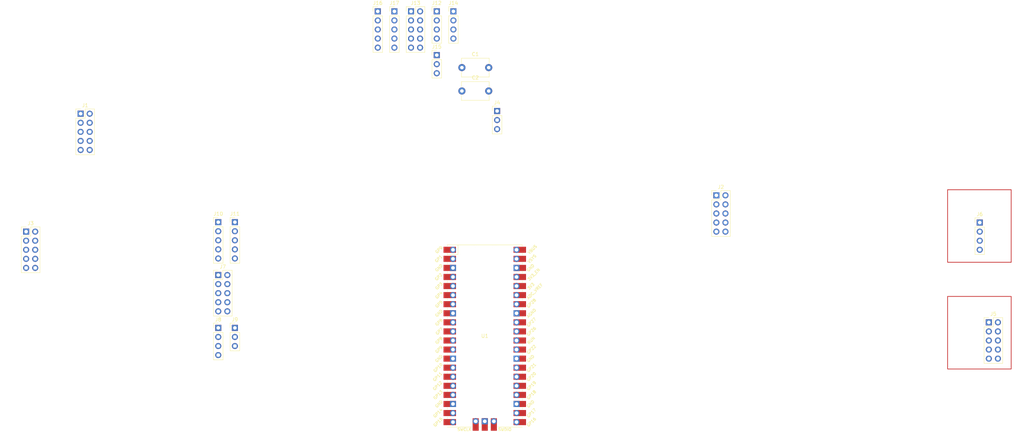
<source format=kicad_pcb>
(kicad_pcb (version 20221018) (generator pcbnew)
  (layers (0 "F.Cu" signal) (31 "B.Cu" signal) (34 "B.Paste" user) (35 "F.Paste" user) (36 "B.SilkS" user "B.Silkscreen") (37 "F.SilkS" user "F.Silkscreen") (38 "B.Mask" user) (39 "F.Mask" user) (44 "Edge.Cuts" user))
  (net 0 "")
  (net 19 "GND")
  (net 20 "+5V")
  (net 137 "+3.3V")
  (footprint "Connector_PinHeader_2.54mm:PinHeader_1x05_P2.54mm_Vertical" (layer "F.Cu") (at 6.475 1.825)
    (fp_text reference "J17" (at 0 -2.33) (layer "F.SilkS"))
    (fp_text value "Conn_01x05_Pin")
    (fp_line (start -1.33 -1.33) (end 0 -1.33) (stroke (width 0.12)) (layer "F.SilkS"))
    (fp_line (start -1.33 0) (end -1.33 -1.33) (stroke (width 0.12)) (layer "F.SilkS"))
    (fp_line (start -1.33 1.27) (end -1.33 11.49) (stroke (width 0.12)) (layer "F.SilkS"))
    (fp_line (start -1.33 1.27) (end 1.33 1.27) (stroke (width 0.12)) (layer "F.SilkS"))
    (fp_line (start -1.33 11.49) (end 1.33 11.49) (stroke (width 0.12)) (layer "F.SilkS"))
    (fp_line (start 1.33 1.27) (end 1.33 11.49) (stroke (width 0.12)) (layer "F.SilkS"))
    (pad "1" thru_hole rect (at 0 0) (size 1.7 1.7) (drill 1) (layers "*.Cu" "*.Mask"))
    (pad "2" thru_hole oval (at 0 2.54) (size 1.7 1.7) (drill 1) (layers "*.Cu" "*.Mask"))
    (pad "3" thru_hole oval (at 0 5.08) (size 1.7 1.7) (drill 1) (layers "*.Cu" "*.Mask"))
    (pad "4" thru_hole oval (at 0 7.62) (size 1.7 1.7) (drill 1) (layers "*.Cu" "*.Mask"))
    (pad "5" thru_hole oval (at 0 10.16) (size 1.7 1.7) (drill 1) (layers "*.Cu" "*.Mask"))
  )
  (footprint "Connector_PinHeader_2.54mm:PinHeader_2x05_P2.54mm_Vertical" (layer "F.Cu") (at 96.52 53.34)
    (fp_text reference "J2" (at 1.27 -2.33) (layer "F.SilkS"))
    (fp_text value "Conn_02x05_Odd_Even")
    (fp_line (start -1.33 -1.33) (end 0 -1.33) (stroke (width 0.12)) (layer "F.SilkS"))
    (fp_line (start -1.33 0) (end -1.33 -1.33) (stroke (width 0.12)) (layer "F.SilkS"))
    (fp_line (start -1.33 1.27) (end -1.33 11.49) (stroke (width 0.12)) (layer "F.SilkS"))
    (fp_line (start -1.33 1.27) (end 1.27 1.27) (stroke (width 0.12)) (layer "F.SilkS"))
    (fp_line (start -1.33 11.49) (end 3.87 11.49) (stroke (width 0.12)) (layer "F.SilkS"))
    (fp_line (start 1.27 -1.33) (end 3.87 -1.33) (stroke (width 0.12)) (layer "F.SilkS"))
    (fp_line (start 1.27 1.27) (end 1.27 -1.33) (stroke (width 0.12)) (layer "F.SilkS"))
    (fp_line (start 3.87 -1.33) (end 3.87 11.49) (stroke (width 0.12)) (layer "F.SilkS"))
    (pad "1" thru_hole rect (at 0 0) (size 1.7 1.7) (drill 1) (layers "*.Cu" "*.Mask"))
    (pad "2" thru_hole oval (at 2.54 0) (size 1.7 1.7) (drill 1) (layers "*.Cu" "*.Mask"))
    (pad "3" thru_hole oval (at 0 2.54) (size 1.7 1.7) (drill 1) (layers "*.Cu" "*.Mask"))
    (pad "4" thru_hole oval (at 2.54 2.54) (size 1.7 1.7) (drill 1) (layers "*.Cu" "*.Mask"))
    (pad "5" thru_hole oval (at 0 5.08) (size 1.7 1.7) (drill 1) (layers "*.Cu" "*.Mask"))
    (pad "6" thru_hole oval (at 2.54 5.08) (size 1.7 1.7) (drill 1) (layers "*.Cu" "*.Mask"))
    (pad "7" thru_hole oval (at 0 7.62) (size 1.7 1.7) (drill 1) (layers "*.Cu" "*.Mask"))
    (pad "8" thru_hole oval (at 2.54 7.62) (size 1.7 1.7) (drill 1) (layers "*.Cu" "*.Mask"))
    (pad "9" thru_hole oval (at 0 10.16) (size 1.7 1.7) (drill 1) (layers "*.Cu" "*.Mask"))
    (pad "10" thru_hole oval (at 2.54 10.16) (size 1.7 1.7) (drill 1) (layers "*.Cu" "*.Mask"))
  )
  (footprint "Connector_PinHeader_2.54mm:PinHeader_1x04_P2.54mm_Vertical" (layer "F.Cu") (at -42.785 90.455)
    (fp_text reference "J8" (at 0 -2.33) (layer "F.SilkS"))
    (fp_text value "Conn_01x04_Pin")
    (fp_line (start -1.33 -1.33) (end 0 -1.33) (stroke (width 0.12)) (layer "F.SilkS"))
    (fp_line (start -1.33 0) (end -1.33 -1.33) (stroke (width 0.12)) (layer "F.SilkS"))
    (fp_line (start -1.33 1.27) (end -1.33 8.95) (stroke (width 0.12)) (layer "F.SilkS"))
    (fp_line (start -1.33 1.27) (end 1.33 1.27) (stroke (width 0.12)) (layer "F.SilkS"))
    (fp_line (start -1.33 8.95) (end 1.33 8.95) (stroke (width 0.12)) (layer "F.SilkS"))
    (fp_line (start 1.33 1.27) (end 1.33 8.95) (stroke (width 0.12)) (layer "F.SilkS"))
    (pad "1" thru_hole rect (at 0 0) (size 1.7 1.7) (drill 1) (layers "*.Cu" "*.Mask"))
    (pad "2" thru_hole oval (at 0 2.54) (size 1.7 1.7) (drill 1) (layers "*.Cu" "*.Mask"))
    (pad "3" thru_hole oval (at 0 5.08) (size 1.7 1.7) (drill 1) (layers "*.Cu" "*.Mask"))
    (pad "4" thru_hole oval (at 0 7.62) (size 1.7 1.7) (drill 1) (layers "*.Cu" "*.Mask"))
  )
  (footprint "Connector_PinHeader_2.54mm:PinHeader_1x05_P2.54mm_Vertical" (layer "F.Cu") (at 1.825 1.825)
    (fp_text reference "J16" (at 0 -2.33) (layer "F.SilkS"))
    (fp_text value "Conn_01x05_Pin")
    (fp_line (start -1.33 -1.33) (end 0 -1.33) (stroke (width 0.12)) (layer "F.SilkS"))
    (fp_line (start -1.33 0) (end -1.33 -1.33) (stroke (width 0.12)) (layer "F.SilkS"))
    (fp_line (start -1.33 1.27) (end -1.33 11.49) (stroke (width 0.12)) (layer "F.SilkS"))
    (fp_line (start -1.33 1.27) (end 1.33 1.27) (stroke (width 0.12)) (layer "F.SilkS"))
    (fp_line (start -1.33 11.49) (end 1.33 11.49) (stroke (width 0.12)) (layer "F.SilkS"))
    (fp_line (start 1.33 1.27) (end 1.33 11.49) (stroke (width 0.12)) (layer "F.SilkS"))
    (pad "1" thru_hole rect (at 0 0) (size 1.7 1.7) (drill 1) (layers "*.Cu" "*.Mask"))
    (pad "2" thru_hole oval (at 0 2.54) (size 1.7 1.7) (drill 1) (layers "*.Cu" "*.Mask"))
    (pad "3" thru_hole oval (at 0 5.08) (size 1.7 1.7) (drill 1) (layers "*.Cu" "*.Mask"))
    (pad "4" thru_hole oval (at 0 7.62) (size 1.7 1.7) (drill 1) (layers "*.Cu" "*.Mask"))
    (pad "5" thru_hole oval (at 0 10.16) (size 1.7 1.7) (drill 1) (layers "*.Cu" "*.Mask"))
  )
  (footprint "Connector_PinHeader_2.54mm:PinHeader_2x05_P2.54mm_Vertical" (layer "F.Cu") (at 172.72 88.9)
    (fp_text reference "J5" (at 1.27 -2.33) (layer "F.SilkS"))
    (fp_text value "Conn_02x05_Odd_Even")
    (fp_line (start -1.33 -1.33) (end 0 -1.33) (stroke (width 0.12)) (layer "F.SilkS"))
    (fp_line (start -1.33 0) (end -1.33 -1.33) (stroke (width 0.12)) (layer "F.SilkS"))
    (fp_line (start -1.33 1.27) (end -1.33 11.49) (stroke (width 0.12)) (layer "F.SilkS"))
    (fp_line (start -1.33 1.27) (end 1.27 1.27) (stroke (width 0.12)) (layer "F.SilkS"))
    (fp_line (start -1.33 11.49) (end 3.87 11.49) (stroke (width 0.12)) (layer "F.SilkS"))
    (fp_line (start 1.27 -1.33) (end 3.87 -1.33) (stroke (width 0.12)) (layer "F.SilkS"))
    (fp_line (start 1.27 1.27) (end 1.27 -1.33) (stroke (width 0.12)) (layer "F.SilkS"))
    (fp_line (start 3.87 -1.33) (end 3.87 11.49) (stroke (width 0.12)) (layer "F.SilkS"))
    (pad "1" thru_hole rect (at 0 0) (size 1.7 1.7) (drill 1) (layers "*.Cu" "*.Mask"))
    (pad "2" thru_hole oval (at 2.54 0) (size 1.7 1.7) (drill 1) (layers "*.Cu" "*.Mask"))
    (pad "3" thru_hole oval (at 0 2.54) (size 1.7 1.7) (drill 1) (layers "*.Cu" "*.Mask"))
    (pad "4" thru_hole oval (at 2.54 2.54) (size 1.7 1.7) (drill 1) (layers "*.Cu" "*.Mask"))
    (pad "5" thru_hole oval (at 0 5.08) (size 1.7 1.7) (drill 1) (layers "*.Cu" "*.Mask"))
    (pad "6" thru_hole oval (at 2.54 5.08) (size 1.7 1.7) (drill 1) (layers "*.Cu" "*.Mask"))
    (pad "7" thru_hole oval (at 0 7.62) (size 1.7 1.7) (drill 1) (layers "*.Cu" "*.Mask"))
    (pad "8" thru_hole oval (at 2.54 7.62) (size 1.7 1.7) (drill 1) (layers "*.Cu" "*.Mask"))
    (pad "9" thru_hole oval (at 0 10.16) (size 1.7 1.7) (drill 1) (layers "*.Cu" "*.Mask"))
    (pad "10" thru_hole oval (at 2.54 10.16) (size 1.7 1.7) (drill 1) (layers "*.Cu" "*.Mask"))
  )
  (footprint "Connector_PinHeader_2.54mm:PinHeader_1x04_P2.54mm_Vertical" (layer "F.Cu") (at 22.975 1.825)
    (fp_text reference "J14" (at 0 -2.33) (layer "F.SilkS"))
    (fp_text value "Conn_01x04_Pin")
    (fp_line (start -1.33 -1.33) (end 0 -1.33) (stroke (width 0.12)) (layer "F.SilkS"))
    (fp_line (start -1.33 0) (end -1.33 -1.33) (stroke (width 0.12)) (layer "F.SilkS"))
    (fp_line (start -1.33 1.27) (end -1.33 8.95) (stroke (width 0.12)) (layer "F.SilkS"))
    (fp_line (start -1.33 1.27) (end 1.33 1.27) (stroke (width 0.12)) (layer "F.SilkS"))
    (fp_line (start -1.33 8.95) (end 1.33 8.95) (stroke (width 0.12)) (layer "F.SilkS"))
    (fp_line (start 1.33 1.27) (end 1.33 8.95) (stroke (width 0.12)) (layer "F.SilkS"))
    (pad "1" thru_hole rect (at 0 0) (size 1.7 1.7) (drill 1) (layers "*.Cu" "*.Mask"))
    (pad "2" thru_hole oval (at 0 2.54) (size 1.7 1.7) (drill 1) (layers "*.Cu" "*.Mask"))
    (pad "3" thru_hole oval (at 0 5.08) (size 1.7 1.7) (drill 1) (layers "*.Cu" "*.Mask"))
    (pad "4" thru_hole oval (at 0 7.62) (size 1.7 1.7) (drill 1) (layers "*.Cu" "*.Mask"))
  )
  (footprint "Capacitor_THT:C_Disc_D7.5mm_W5.0mm_P7.50mm" (layer "F.Cu") (at 25.355 24.125)
    (fp_text reference "C2" (at 3.75 -3.75) (layer "F.SilkS"))
    (fp_text value "C")
    (fp_line (start -0.12 -2.62) (end -0.12 -1.256) (stroke (width 0.12)) (layer "F.SilkS"))
    (fp_line (start -0.12 -2.62) (end 7.62 -2.62) (stroke (width 0.12)) (layer "F.SilkS"))
    (fp_line (start -0.12 1.256) (end -0.12 2.62) (stroke (width 0.12)) (layer "F.SilkS"))
    (fp_line (start -0.12 2.62) (end 7.62 2.62) (stroke (width 0.12)) (layer "F.SilkS"))
    (fp_line (start 7.62 -2.62) (end 7.62 -1.256) (stroke (width 0.12)) (layer "F.SilkS"))
    (fp_line (start 7.62 1.256) (end 7.62 2.62) (stroke (width 0.12)) (layer "F.SilkS"))
    (pad "1" thru_hole circle (at 0 0) (size 2 2) (drill 1) (layers "*.Cu" "*.Mask"))
    (pad "2" thru_hole circle (at 7.5 0) (size 2 2) (drill 1) (layers "*.Cu" "*.Mask") (net 19 "GND"))
  )
  (footprint "Connector_PinHeader_2.54mm:PinHeader_1x03_P2.54mm_Vertical" (layer "F.Cu") (at -38.135 90.455)
    (fp_text reference "J9" (at 0 -2.33) (layer "F.SilkS"))
    (fp_text value "Conn_01x03_Socket")
    (fp_line (start -1.33 -1.33) (end 0 -1.33) (stroke (width 0.12)) (layer "F.SilkS"))
    (fp_line (start -1.33 0) (end -1.33 -1.33) (stroke (width 0.12)) (layer "F.SilkS"))
    (fp_line (start -1.33 1.27) (end -1.33 6.41) (stroke (width 0.12)) (layer "F.SilkS"))
    (fp_line (start -1.33 1.27) (end 1.33 1.27) (stroke (width 0.12)) (layer "F.SilkS"))
    (fp_line (start -1.33 6.41) (end 1.33 6.41) (stroke (width 0.12)) (layer "F.SilkS"))
    (fp_line (start 1.33 1.27) (end 1.33 6.41) (stroke (width 0.12)) (layer "F.SilkS"))
    (pad "1" thru_hole rect (at 0 0) (size 1.7 1.7) (drill 1) (layers "*.Cu" "*.Mask") (net 20 "+5V"))
    (pad "2" thru_hole oval (at 0 2.54) (size 1.7 1.7) (drill 1) (layers "*.Cu" "*.Mask"))
    (pad "3" thru_hole oval (at 0 5.08) (size 1.7 1.7) (drill 1) (layers "*.Cu" "*.Mask") (net 19 "GND"))
  )
  (footprint "Connector_PinHeader_2.54mm:PinHeader_1x05_P2.54mm_Vertical" (layer "F.Cu") (at -42.785 60.855)
    (fp_text reference "J10" (at 0 -2.33) (layer "F.SilkS"))
    (fp_text value "Conn_01x05_Pin")
    (fp_line (start -1.33 -1.33) (end 0 -1.33) (stroke (width 0.12)) (layer "F.SilkS"))
    (fp_line (start -1.33 0) (end -1.33 -1.33) (stroke (width 0.12)) (layer "F.SilkS"))
    (fp_line (start -1.33 1.27) (end -1.33 11.49) (stroke (width 0.12)) (layer "F.SilkS"))
    (fp_line (start -1.33 1.27) (end 1.33 1.27) (stroke (width 0.12)) (layer "F.SilkS"))
    (fp_line (start -1.33 11.49) (end 1.33 11.49) (stroke (width 0.12)) (layer "F.SilkS"))
    (fp_line (start 1.33 1.27) (end 1.33 11.49) (stroke (width 0.12)) (layer "F.SilkS"))
    (pad "1" thru_hole rect (at 0 0) (size 1.7 1.7) (drill 1) (layers "*.Cu" "*.Mask"))
    (pad "2" thru_hole oval (at 0 2.54) (size 1.7 1.7) (drill 1) (layers "*.Cu" "*.Mask"))
    (pad "3" thru_hole oval (at 0 5.08) (size 1.7 1.7) (drill 1) (layers "*.Cu" "*.Mask"))
    (pad "4" thru_hole oval (at 0 7.62) (size 1.7 1.7) (drill 1) (layers "*.Cu" "*.Mask"))
    (pad "5" thru_hole oval (at 0 10.16) (size 1.7 1.7) (drill 1) (layers "*.Cu" "*.Mask"))
  )
  (footprint "Connector_PinHeader_2.54mm:PinHeader_1x03_P2.54mm_Vertical" (layer "F.Cu") (at 18.325 14.075)
    (fp_text reference "J15" (at 0 -2.33) (layer "F.SilkS"))
    (fp_text value "Conn_01x03_Socket")
    (fp_line (start -1.33 -1.33) (end 0 -1.33) (stroke (width 0.12)) (layer "F.SilkS"))
    (fp_line (start -1.33 0) (end -1.33 -1.33) (stroke (width 0.12)) (layer "F.SilkS"))
    (fp_line (start -1.33 1.27) (end -1.33 6.41) (stroke (width 0.12)) (layer "F.SilkS"))
    (fp_line (start -1.33 1.27) (end 1.33 1.27) (stroke (width 0.12)) (layer "F.SilkS"))
    (fp_line (start -1.33 6.41) (end 1.33 6.41) (stroke (width 0.12)) (layer "F.SilkS"))
    (fp_line (start 1.33 1.27) (end 1.33 6.41) (stroke (width 0.12)) (layer "F.SilkS"))
    (pad "1" thru_hole rect (at 0 0) (size 1.7 1.7) (drill 1) (layers "*.Cu" "*.Mask") (net 20 "+5V"))
    (pad "2" thru_hole oval (at 0 2.54) (size 1.7 1.7) (drill 1) (layers "*.Cu" "*.Mask"))
    (pad "3" thru_hole oval (at 0 5.08) (size 1.7 1.7) (drill 1) (layers "*.Cu" "*.Mask") (net 19 "GND"))
  )
  (footprint "Connector_PinHeader_2.54mm:PinHeader_1x04_P2.54mm_Vertical" (layer "F.Cu") (at 170.18 60.96)
    (fp_text reference "J6" (at 0 -2.33) (layer "F.SilkS"))
    (fp_text value "Conn_01x04_Pin")
    (fp_line (start -1.33 -1.33) (end 0 -1.33) (stroke (width 0.12)) (layer "F.SilkS"))
    (fp_line (start -1.33 0) (end -1.33 -1.33) (stroke (width 0.12)) (layer "F.SilkS"))
    (fp_line (start -1.33 1.27) (end -1.33 8.95) (stroke (width 0.12)) (layer "F.SilkS"))
    (fp_line (start -1.33 1.27) (end 1.33 1.27) (stroke (width 0.12)) (layer "F.SilkS"))
    (fp_line (start -1.33 8.95) (end 1.33 8.95) (stroke (width 0.12)) (layer "F.SilkS"))
    (fp_line (start 1.33 1.27) (end 1.33 8.95) (stroke (width 0.12)) (layer "F.SilkS"))
    (pad "1" thru_hole rect (at 0 0) (size 1.7 1.7) (drill 1) (layers "*.Cu" "*.Mask"))
    (pad "2" thru_hole oval (at 0 2.54) (size 1.7 1.7) (drill 1) (layers "*.Cu" "*.Mask"))
    (pad "3" thru_hole oval (at 0 5.08) (size 1.7 1.7) (drill 1) (layers "*.Cu" "*.Mask"))
    (pad "4" thru_hole oval (at 0 7.62) (size 1.7 1.7) (drill 1) (layers "*.Cu" "*.Mask"))
  )
  (footprint "MCU_RaspberryPi_and_Boards:RPi_Pico_SMD_TH" (layer "F.Cu") (at 31.75 92.71)
    (fp_text reference "U1" (at 0 0) (layer "F.SilkS"))
    (fp_text value "Pico")
    (fp_text user "GP9" (at -12.8 3.81 45) (layer "F.SilkS") (effects (font (size 0.8 0.8))))
    (fp_text user "GP21" (at 13.054 8.9 45) (layer "F.SilkS") (effects (font (size 0.8 0.8))))
    (fp_text user "GP22" (at 13.054 3.81 45) (layer "F.SilkS") (effects (font (size 0.8 0.8))))
    (fp_text user "GP13" (at -13.054 16.51 45) (layer "F.SilkS") (effects (font (size 0.8 0.8))))
    (fp_text user "AGND" (at 13.054 -6.35 45) (layer "F.SilkS") (effects (font (size 0.8 0.8))))
    (fp_text user "SWDIO" (at 5.6 26.2) (layer "F.SilkS") (effects (font (size 0.8 0.8))))
    (fp_text user "GP14" (at -13.1 21.59 45) (layer "F.SilkS") (effects (font (size 0.8 0.8))))
    (fp_text user "GND" (at 12.8 6.35 45) (layer "F.SilkS") (effects (font (size 0.8 0.8))))
    (fp_text user "GND" (at -12.8 -19.05 45) (layer "F.SilkS") (effects (font (size 0.8 0.8))))
    (fp_text user "GP3" (at -12.8 -13.97 45) (layer "F.SilkS") (effects (font (size 0.8 0.8))))
    (fp_text user "3V3_EN" (at 13.7 -17.2 45) (layer "F.SilkS") (effects (font (size 0.8 0.8))))
    (fp_text user "GND" (at -12.8 -6.35 45) (layer "F.SilkS") (effects (font (size 0.8 0.8))))
    (fp_text user "GP1" (at -12.9 -21.6 45) (layer "F.SilkS") (effects (font (size 0.8 0.8))))
    (fp_text user "GND" (at 12.8 19.05 45) (layer "F.SilkS") (effects (font (size 0.8 0.8))))
    (fp_text user "3V3" (at 12.9 -13.9 45) (layer "F.SilkS") (effects (font (size 0.8 0.8))))
    (fp_text user "ADC_VREF" (at 14 -12.5 45) (layer "F.SilkS") (effects (font (size 0.8 0.8))))
    (fp_text user "GP0" (at -12.8 -24.13 45) (layer "F.SilkS") (effects (font (size 0.8 0.8))))
    (fp_text user "SWCLK" (at -5.7 26.2) (layer "F.SilkS") (effects (font (size 0.8 0.8))))
    (fp_text user "GP4" (at -12.8 -11.43 45) (layer "F.SilkS") (effects (font (size 0.8 0.8))))
    (fp_text user "GP2" (at -12.9 -16.51 45) (layer "F.SilkS") (effects (font (size 0.8 0.8))))
    (fp_text user "GP8" (at -12.8 1.27 45) (layer "F.SilkS") (effects (font (size 0.8 0.8))))
    (fp_text user "GP6" (at -12.8 -3.81 45) (layer "F.SilkS") (effects (font (size 0.8 0.8))))
    (fp_text user "GP27" (at 13.054 -3.8 45) (layer "F.SilkS") (effects (font (size 0.8 0.8))))
    (fp_text user "RUN" (at 13 1.27 45) (layer "F.SilkS") (effects (font (size 0.8 0.8))))
    (fp_text user "GP12" (at -13.2 13.97 45) (layer "F.SilkS") (effects (font (size 0.8 0.8))))
    (fp_text user "GP16" (at 13.054 24.13 45) (layer "F.SilkS") (effects (font (size 0.8 0.8))))
    (fp_text user "GND" (at -12.8 19.05 45) (layer "F.SilkS") (effects (font (size 0.8 0.8))))
    (fp_text user "GP26" (at 13.054 -1.27 45) (layer "F.SilkS") (effects (font (size 0.8 0.8))))
    (fp_text user "GP17" (at 13.054 21.59 45) (layer "F.SilkS") (effects (font (size 0.8 0.8))))
    (fp_text user "VBUS" (at 13.3 -24.2 45) (layer "F.SilkS") (effects (font (size 0.8 0.8))))
    (fp_text user "GND" (at -12.8 6.35 45) (layer "F.SilkS") (effects (font (size 0.8 0.8))))
    (fp_text user "GP5" (at -12.8 -8.89 45) (layer "F.SilkS") (effects (font (size 0.8 0.8))))
    (fp_text user "GP11" (at -13.2 11.43 45) (layer "F.SilkS") (effects (font (size 0.8 0.8))))
    (fp_text user "GP15" (at -13.054 24.13 45) (layer "F.SilkS") (effects (font (size 0.8 0.8))))
    (fp_text user "GP19" (at 13.054 13.97 45) (layer "F.SilkS") (effects (font (size 0.8 0.8))))
    (fp_text user "GP28" (at 13.054 -9.144 45) (layer "F.SilkS") (effects (font (size 0.8 0.8))))
    (fp_text user "GP10" (at -13.054 8.89 45) (layer "F.SilkS") (effects (font (size 0.8 0.8))))
    (fp_text user "VSYS" (at 13.2 -21.59 45) (layer "F.SilkS") (effects (font (size 0.8 0.8))))
    (fp_text user "GP20" (at 13.054 11.43 45) (layer "F.SilkS") (effects (font (size 0.8 0.8))))
    (fp_text user "GND" (at 12.8 -19.05 45) (layer "F.SilkS") (effects (font (size 0.8 0.8))))
    (fp_text user "GP18" (at 13.054 16.51 45) (layer "F.SilkS") (effects (font (size 0.8 0.8))))
    (fp_text user "GP7" (at -12.7 -1.3 45) (layer "F.SilkS") (effects (font (size 0.8 0.8))))
    (fp_line (start -10.5 -25.5) (end -10.5 -25.2) (stroke (width 0.12)) (layer "F.SilkS"))
    (fp_line (start -10.5 -25.5) (end 10.5 -25.5) (stroke (width 0.12)) (layer "F.SilkS"))
    (fp_line (start -10.5 -23.1) (end -10.5 -22.7) (stroke (width 0.12)) (layer "F.SilkS"))
    (fp_line (start -10.5 -22.833) (end -7.493 -22.833) (stroke (width 0.12)) (layer "F.SilkS"))
    (fp_line (start -10.5 -20.5) (end -10.5 -20.1) (stroke (width 0.12)) (layer "F.SilkS"))
    (fp_line (start -10.5 -18) (end -10.5 -17.6) (stroke (width 0.12)) (layer "F.SilkS"))
    (fp_line (start -10.5 -15.4) (end -10.5 -15) (stroke (width 0.12)) (layer "F.SilkS"))
    (fp_line (start -10.5 -12.9) (end -10.5 -12.5) (stroke (width 0.12)) (layer "F.SilkS"))
    (fp_line (start -10.5 -10.4) (end -10.5 -10) (stroke (width 0.12)) (layer "F.SilkS"))
    (fp_line (start -10.5 -7.8) (end -10.5 -7.4) (stroke (width 0.12)) (layer "F.SilkS"))
    (fp_line (start -10.5 -5.3) (end -10.5 -4.9) (stroke (width 0.12)) (layer "F.SilkS"))
    (fp_line (start -10.5 -2.7) (end -10.5 -2.3) (stroke (width 0.12)) (layer "F.SilkS"))
    (fp_line (start -10.5 -0.2) (end -10.5 0.2) (stroke (width 0.12)) (layer "F.SilkS"))
    (fp_line (start -10.5 2.3) (end -10.5 2.7) (stroke (width 0.12)) (layer "F.SilkS"))
    (fp_line (start -10.5 4.9) (end -10.5 5.3) (stroke (width 0.12)) (layer "F.SilkS"))
    (fp_line (start -10.5 7.4) (end -10.5 7.8) (stroke (width 0.12)) (layer "F.SilkS"))
    (fp_line (start -10.5 10) (end -10.5 10.4) (stroke (width 0.12)) (layer "F.SilkS"))
    (fp_line (start -10.5 12.5) (end -10.5 12.9) (stroke (width 0.12)) (layer "F.SilkS"))
    (fp_line (start -10.5 15.1) (end -10.5 15.5) (stroke (width 0.12)) (layer "F.SilkS"))
    (fp_line (start -10.5 17.6) (end -10.5 18) (stroke (width 0.12)) (layer "F.SilkS"))
    (fp_line (start -10.5 20.1) (end -10.5 20.5) (stroke (width 0.12)) (layer "F.SilkS"))
    (fp_line (start -10.5 22.7) (end -10.5 23.1) (stroke (width 0.12)) (layer "F.SilkS"))
    (fp_line (start -7.493 -22.833) (end -7.493 -25.5) (stroke (width 0.12)) (layer "F.SilkS"))
    (fp_line (start -3.7 25.5) (end -10.5 25.5) (stroke (width 0.12)) (layer "F.SilkS"))
    (fp_line (start -1.5 25.5) (end -1.1 25.5) (stroke (width 0.12)) (layer "F.SilkS"))
    (fp_line (start 1.1 25.5) (end 1.5 25.5) (stroke (width 0.12)) (layer "F.SilkS"))
    (fp_line (start 10.5 -25.5) (end 10.5 -25.2) (stroke (width 0.12)) (layer "F.SilkS"))
    (fp_line (start 10.5 -23.1) (end 10.5 -22.7) (stroke (width 0.12)) (layer "F.SilkS"))
    (fp_line (start 10.5 -20.5) (end 10.5 -20.1) (stroke (width 0.12)) (layer "F.SilkS"))
    (fp_line (start 10.5 -18) (end 10.5 -17.6) (stroke (width 0.12)) (layer "F.SilkS"))
    (fp_line (start 10.5 -15.4) (end 10.5 -15) (stroke (width 0.12)) (layer "F.SilkS"))
    (fp_line (start 10.5 -12.9) (end 10.5 -12.5) (stroke (width 0.12)) (layer "F.SilkS"))
    (fp_line (start 10.5 -10.4) (end 10.5 -10) (stroke (width 0.12)) (layer "F.SilkS"))
    (fp_line (start 10.5 -7.8) (end 10.5 -7.4) (stroke (width 0.12)) (layer "F.SilkS"))
    (fp_line (start 10.5 -5.3) (end 10.5 -4.9) (stroke (width 0.12)) (layer "F.SilkS"))
    (fp_line (start 10.5 -2.7) (end 10.5 -2.3) (stroke (width 0.12)) (layer "F.SilkS"))
    (fp_line (start 10.5 -0.2) (end 10.5 0.2) (stroke (width 0.12)) (layer "F.SilkS"))
    (fp_line (start 10.5 2.3) (end 10.5 2.7) (stroke (width 0.12)) (layer "F.SilkS"))
    (fp_line (start 10.5 4.9) (end 10.5 5.3) (stroke (width 0.12)) (layer "F.SilkS"))
    (fp_line (start 10.5 7.4) (end 10.5 7.8) (stroke (width 0.12)) (layer "F.SilkS"))
    (fp_line (start 10.5 10) (end 10.5 10.4) (stroke (width 0.12)) (layer "F.SilkS"))
    (fp_line (start 10.5 12.5) (end 10.5 12.9) (stroke (width 0.12)) (layer "F.SilkS"))
    (fp_line (start 10.5 15.1) (end 10.5 15.5) (stroke (width 0.12)) (layer "F.SilkS"))
    (fp_line (start 10.5 17.6) (end 10.5 18) (stroke (width 0.12)) (layer "F.SilkS"))
    (fp_line (start 10.5 20.1) (end 10.5 20.5) (stroke (width 0.12)) (layer "F.SilkS"))
    (fp_line (start 10.5 22.7) (end 10.5 23.1) (stroke (width 0.12)) (layer "F.SilkS"))
    (fp_line (start 10.5 25.5) (end 3.7 25.5) (stroke (width 0.12)) (layer "F.SilkS"))
    (pad "" np_thru_hole oval (at -2.725 -24) (size 1.8 1.8) (drill 1.8) (layers "*.Cu" "*.Mask"))
    (pad "" np_thru_hole oval (at -2.425 -20.97) (size 1.5 1.5) (drill 1.5) (layers "*.Cu" "*.Mask"))
    (pad "" np_thru_hole oval (at 2.425 -20.97) (size 1.5 1.5) (drill 1.5) (layers "*.Cu" "*.Mask"))
    (pad "" np_thru_hole oval (at 2.725 -24) (size 1.8 1.8) (drill 1.8) (layers "*.Cu" "*.Mask"))
    (pad "1" thru_hole oval (at -8.89 -24.13) (size 1.7 1.7) (drill 1.02) (layers "*.Cu" "*.Mask"))
    (pad "1" smd rect (at -8.89 -24.13) (size 3.5 1.7) (drill (offset -0.9 0)) (layers "F.Cu" "F.Mask"))
    (pad "2" thru_hole oval (at -8.89 -21.59) (size 1.7 1.7) (drill 1.02) (layers "*.Cu" "*.Mask"))
    (pad "2" smd rect (at -8.89 -21.59) (size 3.5 1.7) (drill (offset -0.9 0)) (layers "F.Cu" "F.Mask"))
    (pad "3" thru_hole rect (at -8.89 -19.05) (size 1.7 1.7) (drill 1.02) (layers "*.Cu" "*.Mask"))
    (pad "3" smd rect (at -8.89 -19.05) (size 3.5 1.7) (drill (offset -0.9 0)) (layers "F.Cu" "F.Mask"))
    (pad "4" thru_hole oval (at -8.89 -16.51) (size 1.7 1.7) (drill 1.02) (layers "*.Cu" "*.Mask"))
    (pad "4" smd rect (at -8.89 -16.51) (size 3.5 1.7) (drill (offset -0.9 0)) (layers "F.Cu" "F.Mask"))
    (pad "5" thru_hole oval (at -8.89 -13.97) (size 1.7 1.7) (drill 1.02) (layers "*.Cu" "*.Mask"))
    (pad "5" smd rect (at -8.89 -13.97) (size 3.5 1.7) (drill (offset -0.9 0)) (layers "F.Cu" "F.Mask"))
    (pad "6" thru_hole oval (at -8.89 -11.43) (size 1.7 1.7) (drill 1.02) (layers "*.Cu" "*.Mask"))
    (pad "6" smd rect (at -8.89 -11.43) (size 3.5 1.7) (drill (offset -0.9 0)) (layers "F.Cu" "F.Mask"))
    (pad "7" thru_hole oval (at -8.89 -8.89) (size 1.7 1.7) (drill 1.02) (layers "*.Cu" "*.Mask"))
    (pad "7" smd rect (at -8.89 -8.89) (size 3.5 1.7) (drill (offset -0.9 0)) (layers "F.Cu" "F.Mask"))
    (pad "8" thru_hole rect (at -8.89 -6.35) (size 1.7 1.7) (drill 1.02) (layers "*.Cu" "*.Mask"))
    (pad "8" smd rect (at -8.89 -6.35) (size 3.5 1.7) (drill (offset -0.9 0)) (layers "F.Cu" "F.Mask"))
    (pad "9" thru_hole oval (at -8.89 -3.81) (size 1.7 1.7) (drill 1.02) (layers "*.Cu" "*.Mask"))
    (pad "9" smd rect (at -8.89 -3.81) (size 3.5 1.7) (drill (offset -0.9 0)) (layers "F.Cu" "F.Mask"))
    (pad "10" thru_hole oval (at -8.89 -1.27) (size 1.7 1.7) (drill 1.02) (layers "*.Cu" "*.Mask"))
    (pad "10" smd rect (at -8.89 -1.27) (size 3.5 1.7) (drill (offset -0.9 0)) (layers "F.Cu" "F.Mask"))
    (pad "11" thru_hole oval (at -8.89 1.27) (size 1.7 1.7) (drill 1.02) (layers "*.Cu" "*.Mask"))
    (pad "11" smd rect (at -8.89 1.27) (size 3.5 1.7) (drill (offset -0.9 0)) (layers "F.Cu" "F.Mask"))
    (pad "12" thru_hole oval (at -8.89 3.81) (size 1.7 1.7) (drill 1.02) (layers "*.Cu" "*.Mask"))
    (pad "12" smd rect (at -8.89 3.81) (size 3.5 1.7) (drill (offset -0.9 0)) (layers "F.Cu" "F.Mask"))
    (pad "13" thru_hole rect (at -8.89 6.35) (size 1.7 1.7) (drill 1.02) (layers "*.Cu" "*.Mask"))
    (pad "13" smd rect (at -8.89 6.35) (size 3.5 1.7) (drill (offset -0.9 0)) (layers "F.Cu" "F.Mask"))
    (pad "14" thru_hole oval (at -8.89 8.89) (size 1.7 1.7) (drill 1.02) (layers "*.Cu" "*.Mask"))
    (pad "14" smd rect (at -8.89 8.89) (size 3.5 1.7) (drill (offset -0.9 0)) (layers "F.Cu" "F.Mask"))
    (pad "15" thru_hole oval (at -8.89 11.43) (size 1.7 1.7) (drill 1.02) (layers "*.Cu" "*.Mask"))
    (pad "15" smd rect (at -8.89 11.43) (size 3.5 1.7) (drill (offset -0.9 0)) (layers "F.Cu" "F.Mask"))
    (pad "16" thru_hole oval (at -8.89 13.97) (size 1.7 1.7) (drill 1.02) (layers "*.Cu" "*.Mask"))
    (pad "16" smd rect (at -8.89 13.97) (size 3.5 1.7) (drill (offset -0.9 0)) (layers "F.Cu" "F.Mask"))
    (pad "17" thru_hole oval (at -8.89 16.51) (size 1.7 1.7) (drill 1.02) (layers "*.Cu" "*.Mask"))
    (pad "17" smd rect (at -8.89 16.51) (size 3.5 1.7) (drill (offset -0.9 0)) (layers "F.Cu" "F.Mask"))
    (pad "18" thru_hole rect (at -8.89 19.05) (size 1.7 1.7) (drill 1.02) (layers "*.Cu" "*.Mask"))
    (pad "18" smd rect (at -8.89 19.05) (size 3.5 1.7) (drill (offset -0.9 0)) (layers "F.Cu" "F.Mask"))
    (pad "19" thru_hole oval (at -8.89 21.59) (size 1.7 1.7) (drill 1.02) (layers "*.Cu" "*.Mask"))
    (pad "19" smd rect (at -8.89 21.59) (size 3.5 1.7) (drill (offset -0.9 0)) (layers "F.Cu" "F.Mask"))
    (pad "20" thru_hole oval (at -8.89 24.13) (size 1.7 1.7) (drill 1.02) (layers "*.Cu" "*.Mask"))
    (pad "20" smd rect (at -8.89 24.13) (size 3.5 1.7) (drill (offset -0.9 0)) (layers "F.Cu" "F.Mask"))
    (pad "21" thru_hole oval (at 8.89 24.13) (size 1.7 1.7) (drill 1.02) (layers "*.Cu" "*.Mask"))
    (pad "21" smd rect (at 8.89 24.13) (size 3.5 1.7) (drill (offset 0.9 0)) (layers "F.Cu" "F.Mask"))
    (pad "22" thru_hole oval (at 8.89 21.59) (size 1.7 1.7) (drill 1.02) (layers "*.Cu" "*.Mask"))
    (pad "22" smd rect (at 8.89 21.59) (size 3.5 1.7) (drill (offset 0.9 0)) (layers "F.Cu" "F.Mask"))
    (pad "23" thru_hole rect (at 8.89 19.05) (size 1.7 1.7) (drill 1.02) (layers "*.Cu" "*.Mask") (net 19 "GND"))
    (pad "23" smd rect (at 8.89 19.05) (size 3.5 1.7) (drill (offset 0.9 0)) (layers "F.Cu" "F.Mask") (net 19 "GND"))
    (pad "24" thru_hole oval (at 8.89 16.51) (size 1.7 1.7) (drill 1.02) (layers "*.Cu" "*.Mask"))
    (pad "24" smd rect (at 8.89 16.51) (size 3.5 1.7) (drill (offset 0.9 0)) (layers "F.Cu" "F.Mask"))
    (pad "25" thru_hole oval (at 8.89 13.97) (size 1.7 1.7) (drill 1.02) (layers "*.Cu" "*.Mask"))
    (pad "25" smd rect (at 8.89 13.97) (size 3.5 1.7) (drill (offset 0.9 0)) (layers "F.Cu" "F.Mask"))
    (pad "26" thru_hole oval (at 8.89 11.43) (size 1.7 1.7) (drill 1.02) (layers "*.Cu" "*.Mask"))
    (pad "26" smd rect (at 8.89 11.43) (size 3.5 1.7) (drill (offset 0.9 0)) (layers "F.Cu" "F.Mask"))
    (pad "27" thru_hole oval (at 8.89 8.89) (size 1.7 1.7) (drill 1.02) (layers "*.Cu" "*.Mask"))
    (pad "27" smd rect (at 8.89 8.89) (size 3.5 1.7) (drill (offset 0.9 0)) (layers "F.Cu" "F.Mask"))
    (pad "28" thru_hole rect (at 8.89 6.35) (size 1.7 1.7) (drill 1.02) (layers "*.Cu" "*.Mask") (net 19 "GND"))
    (pad "28" smd rect (at 8.89 6.35) (size 3.5 1.7) (drill (offset 0.9 0)) (layers "F.Cu" "F.Mask") (net 19 "GND"))
    (pad "29" thru_hole oval (at 8.89 3.81) (size 1.7 1.7) (drill 1.02) (layers "*.Cu" "*.Mask"))
    (pad "29" smd rect (at 8.89 3.81) (size 3.5 1.7) (drill (offset 0.9 0)) (layers "F.Cu" "F.Mask"))
    (pad "30" thru_hole oval (at 8.89 1.27) (size 1.7 1.7) (drill 1.02) (layers "*.Cu" "*.Mask"))
    (pad "30" smd rect (at 8.89 1.27) (size 3.5 1.7) (drill (offset 0.9 0)) (layers "F.Cu" "F.Mask"))
    (pad "31" thru_hole oval (at 8.89 -1.27) (size 1.7 1.7) (drill 1.02) (layers "*.Cu" "*.Mask"))
    (pad "31" smd rect (at 8.89 -1.27) (size 3.5 1.7) (drill (offset 0.9 0)) (layers "F.Cu" "F.Mask"))
    (pad "32" thru_hole oval (at 8.89 -3.81) (size 1.7 1.7) (drill 1.02) (layers "*.Cu" "*.Mask"))
    (pad "32" smd rect (at 8.89 -3.81) (size 3.5 1.7) (drill (offset 0.9 0)) (layers "F.Cu" "F.Mask"))
    (pad "33" thru_hole rect (at 8.89 -6.35) (size 1.7 1.7) (drill 1.02) (layers "*.Cu" "*.Mask"))
    (pad "33" smd rect (at 8.89 -6.35) (size 3.5 1.7) (drill (offset 0.9 0)) (layers "F.Cu" "F.Mask"))
    (pad "34" thru_hole oval (at 8.89 -8.89) (size 1.7 1.7) (drill 1.02) (layers "*.Cu" "*.Mask"))
    (pad "34" smd rect (at 8.89 -8.89) (size 3.5 1.7) (drill (offset 0.9 0)) (layers "F.Cu" "F.Mask"))
    (pad "35" thru_hole oval (at 8.89 -11.43) (size 1.7 1.7) (drill 1.02) (layers "*.Cu" "*.Mask"))
    (pad "35" smd rect (at 8.89 -11.43) (size 3.5 1.7) (drill (offset 0.9 0)) (layers "F.Cu" "F.Mask"))
    (pad "36" thru_hole oval (at 8.89 -13.97) (size 1.7 1.7) (drill 1.02) (layers "*.Cu" "*.Mask") (net 137 "+3.3V"))
    (pad "36" smd rect (at 8.89 -13.97) (size 3.5 1.7) (drill (offset 0.9 0)) (layers "F.Cu" "F.Mask") (net 137 "+3.3V"))
    (pad "37" thru_hole oval (at 8.89 -16.51) (size 1.7 1.7) (drill 1.02) (layers "*.Cu" "*.Mask"))
    (pad "37" smd rect (at 8.89 -16.51) (size 3.5 1.7) (drill (offset 0.9 0)) (layers "F.Cu" "F.Mask"))
    (pad "38" thru_hole rect (at 8.89 -19.05) (size 1.7 1.7) (drill 1.02) (layers "*.Cu" "*.Mask") (net 19 "GND"))
    (pad "38" smd rect (at 8.89 -19.05) (size 3.5 1.7) (drill (offset 0.9 0)) (layers "F.Cu" "F.Mask") (net 19 "GND"))
    (pad "39" thru_hole oval (at 8.89 -21.59) (size 1.7 1.7) (drill 1.02) (layers "*.Cu" "*.Mask") (net 20 "+5V"))
    (pad "39" smd rect (at 8.89 -21.59) (size 3.5 1.7) (drill (offset 0.9 0)) (layers "F.Cu" "F.Mask") (net 20 "+5V"))
    (pad "40" thru_hole oval (at 8.89 -24.13) (size 1.7 1.7) (drill 1.02) (layers "*.Cu" "*.Mask"))
    (pad "40" smd rect (at 8.89 -24.13) (size 3.5 1.7) (drill (offset 0.9 0)) (layers "F.Cu" "F.Mask"))
    (pad "41" thru_hole oval (at -2.54 23.9) (size 1.7 1.7) (drill 1.02) (layers "*.Cu" "*.Mask"))
    (pad "41" smd rect (at -2.54 23.9 90) (size 3.5 1.7) (drill (offset -0.9 0)) (layers "F.Cu" "F.Mask"))
    (pad "42" thru_hole rect (at 0 23.9) (size 1.7 1.7) (drill 1.02) (layers "*.Cu" "*.Mask"))
    (pad "42" smd rect (at 0 23.9 90) (size 3.5 1.7) (drill (offset -0.9 0)) (layers "F.Cu" "F.Mask"))
    (pad "43" thru_hole oval (at 2.54 23.9) (size 1.7 1.7) (drill 1.02) (layers "*.Cu" "*.Mask"))
    (pad "43" smd rect (at 2.54 23.9 90) (size 3.5 1.7) (drill (offset -0.9 0)) (layers "F.Cu" "F.Mask"))
  )
  (footprint "Connector_PinHeader_2.54mm:PinHeader_2x05_P2.54mm_Vertical" (layer "F.Cu") (at -81.28 30.48)
    (fp_text reference "J1" (at 1.27 -2.33) (layer "F.SilkS"))
    (fp_text value "Conn_02x05_Odd_Even")
    (fp_line (start -1.33 -1.33) (end 0 -1.33) (stroke (width 0.12)) (layer "F.SilkS"))
    (fp_line (start -1.33 0) (end -1.33 -1.33) (stroke (width 0.12)) (layer "F.SilkS"))
    (fp_line (start -1.33 1.27) (end -1.33 11.49) (stroke (width 0.12)) (layer "F.SilkS"))
    (fp_line (start -1.33 1.27) (end 1.27 1.27) (stroke (width 0.12)) (layer "F.SilkS"))
    (fp_line (start -1.33 11.49) (end 3.87 11.49) (stroke (width 0.12)) (layer "F.SilkS"))
    (fp_line (start 1.27 -1.33) (end 3.87 -1.33) (stroke (width 0.12)) (layer "F.SilkS"))
    (fp_line (start 1.27 1.27) (end 1.27 -1.33) (stroke (width 0.12)) (layer "F.SilkS"))
    (fp_line (start 3.87 -1.33) (end 3.87 11.49) (stroke (width 0.12)) (layer "F.SilkS"))
    (pad "1" thru_hole rect (at 0 0) (size 1.7 1.7) (drill 1) (layers "*.Cu" "*.Mask"))
    (pad "2" thru_hole oval (at 2.54 0) (size 1.7 1.7) (drill 1) (layers "*.Cu" "*.Mask"))
    (pad "3" thru_hole oval (at 0 2.54) (size 1.7 1.7) (drill 1) (layers "*.Cu" "*.Mask"))
    (pad "4" thru_hole oval (at 2.54 2.54) (size 1.7 1.7) (drill 1) (layers "*.Cu" "*.Mask"))
    (pad "5" thru_hole oval (at 0 5.08) (size 1.7 1.7) (drill 1) (layers "*.Cu" "*.Mask"))
    (pad "6" thru_hole oval (at 2.54 5.08) (size 1.7 1.7) (drill 1) (layers "*.Cu" "*.Mask"))
    (pad "7" thru_hole oval (at 0 7.62) (size 1.7 1.7) (drill 1) (layers "*.Cu" "*.Mask"))
    (pad "8" thru_hole oval (at 2.54 7.62) (size 1.7 1.7) (drill 1) (layers "*.Cu" "*.Mask"))
    (pad "9" thru_hole oval (at 0 10.16) (size 1.7 1.7) (drill 1) (layers "*.Cu" "*.Mask"))
    (pad "10" thru_hole oval (at 2.54 10.16) (size 1.7 1.7) (drill 1) (layers "*.Cu" "*.Mask"))
  )
  (footprint "Connector_PinHeader_2.54mm:PinHeader_2x05_P2.54mm_Vertical" (layer "F.Cu") (at -96.52 63.5)
    (fp_text reference "J3" (at 1.27 -2.33) (layer "F.SilkS"))
    (fp_text value "Conn_02x05_Odd_Even")
    (fp_line (start -1.33 -1.33) (end 0 -1.33) (stroke (width 0.12)) (layer "F.SilkS"))
    (fp_line (start -1.33 0) (end -1.33 -1.33) (stroke (width 0.12)) (layer "F.SilkS"))
    (fp_line (start -1.33 1.27) (end -1.33 11.49) (stroke (width 0.12)) (layer "F.SilkS"))
    (fp_line (start -1.33 1.27) (end 1.27 1.27) (stroke (width 0.12)) (layer "F.SilkS"))
    (fp_line (start -1.33 11.49) (end 3.87 11.49) (stroke (width 0.12)) (layer "F.SilkS"))
    (fp_line (start 1.27 -1.33) (end 3.87 -1.33) (stroke (width 0.12)) (layer "F.SilkS"))
    (fp_line (start 1.27 1.27) (end 1.27 -1.33) (stroke (width 0.12)) (layer "F.SilkS"))
    (fp_line (start 3.87 -1.33) (end 3.87 11.49) (stroke (width 0.12)) (layer "F.SilkS"))
    (pad "1" thru_hole rect (at 0 0) (size 1.7 1.7) (drill 1) (layers "*.Cu" "*.Mask"))
    (pad "2" thru_hole oval (at 2.54 0) (size 1.7 1.7) (drill 1) (layers "*.Cu" "*.Mask"))
    (pad "3" thru_hole oval (at 0 2.54) (size 1.7 1.7) (drill 1) (layers "*.Cu" "*.Mask"))
    (pad "4" thru_hole oval (at 2.54 2.54) (size 1.7 1.7) (drill 1) (layers "*.Cu" "*.Mask"))
    (pad "5" thru_hole oval (at 0 5.08) (size 1.7 1.7) (drill 1) (layers "*.Cu" "*.Mask"))
    (pad "6" thru_hole oval (at 2.54 5.08) (size 1.7 1.7) (drill 1) (layers "*.Cu" "*.Mask"))
    (pad "7" thru_hole oval (at 0 7.62) (size 1.7 1.7) (drill 1) (layers "*.Cu" "*.Mask"))
    (pad "8" thru_hole oval (at 2.54 7.62) (size 1.7 1.7) (drill 1) (layers "*.Cu" "*.Mask"))
    (pad "9" thru_hole oval (at 0 10.16) (size 1.7 1.7) (drill 1) (layers "*.Cu" "*.Mask"))
    (pad "10" thru_hole oval (at 2.54 10.16) (size 1.7 1.7) (drill 1) (layers "*.Cu" "*.Mask"))
  )
  (footprint "Connector_PinHeader_2.54mm:PinHeader_1x03_P2.54mm_Vertical" (layer "F.Cu") (at 35.205 29.725)
    (fp_text reference "J4" (at 0 -2.33) (layer "F.SilkS"))
    (fp_text value "Conn_01x03_Socket")
    (fp_line (start -1.33 -1.33) (end 0 -1.33) (stroke (width 0.12)) (layer "F.SilkS"))
    (fp_line (start -1.33 0) (end -1.33 -1.33) (stroke (width 0.12)) (layer "F.SilkS"))
    (fp_line (start -1.33 1.27) (end -1.33 6.41) (stroke (width 0.12)) (layer "F.SilkS"))
    (fp_line (start -1.33 1.27) (end 1.33 1.27) (stroke (width 0.12)) (layer "F.SilkS"))
    (fp_line (start -1.33 6.41) (end 1.33 6.41) (stroke (width 0.12)) (layer "F.SilkS"))
    (fp_line (start 1.33 1.27) (end 1.33 6.41) (stroke (width 0.12)) (layer "F.SilkS"))
    (pad "1" thru_hole rect (at 0 0) (size 1.7 1.7) (drill 1) (layers "*.Cu" "*.Mask") (net 20 "+5V"))
    (pad "2" thru_hole oval (at 0 2.54) (size 1.7 1.7) (drill 1) (layers "*.Cu" "*.Mask"))
    (pad "3" thru_hole oval (at 0 5.08) (size 1.7 1.7) (drill 1) (layers "*.Cu" "*.Mask") (net 19 "GND"))
  )
  (footprint "Connector_PinHeader_2.54mm:PinHeader_2x05_P2.54mm_Vertical" (layer "F.Cu") (at -42.785 75.655)
    (fp_text reference "J7" (at 1.27 -2.33) (layer "F.SilkS"))
    (fp_text value "Conn_02x05_Odd_Even")
    (fp_line (start -1.33 -1.33) (end 0 -1.33) (stroke (width 0.12)) (layer "F.SilkS"))
    (fp_line (start -1.33 0) (end -1.33 -1.33) (stroke (width 0.12)) (layer "F.SilkS"))
    (fp_line (start -1.33 1.27) (end -1.33 11.49) (stroke (width 0.12)) (layer "F.SilkS"))
    (fp_line (start -1.33 1.27) (end 1.27 1.27) (stroke (width 0.12)) (layer "F.SilkS"))
    (fp_line (start -1.33 11.49) (end 3.87 11.49) (stroke (width 0.12)) (layer "F.SilkS"))
    (fp_line (start 1.27 -1.33) (end 3.87 -1.33) (stroke (width 0.12)) (layer "F.SilkS"))
    (fp_line (start 1.27 1.27) (end 1.27 -1.33) (stroke (width 0.12)) (layer "F.SilkS"))
    (fp_line (start 3.87 -1.33) (end 3.87 11.49) (stroke (width 0.12)) (layer "F.SilkS"))
    (pad "1" thru_hole rect (at 0 0) (size 1.7 1.7) (drill 1) (layers "*.Cu" "*.Mask"))
    (pad "2" thru_hole oval (at 2.54 0) (size 1.7 1.7) (drill 1) (layers "*.Cu" "*.Mask"))
    (pad "3" thru_hole oval (at 0 2.54) (size 1.7 1.7) (drill 1) (layers "*.Cu" "*.Mask"))
    (pad "4" thru_hole oval (at 2.54 2.54) (size 1.7 1.7) (drill 1) (layers "*.Cu" "*.Mask"))
    (pad "5" thru_hole oval (at 0 5.08) (size 1.7 1.7) (drill 1) (layers "*.Cu" "*.Mask"))
    (pad "6" thru_hole oval (at 2.54 5.08) (size 1.7 1.7) (drill 1) (layers "*.Cu" "*.Mask"))
    (pad "7" thru_hole oval (at 0 7.62) (size 1.7 1.7) (drill 1) (layers "*.Cu" "*.Mask"))
    (pad "8" thru_hole oval (at 2.54 7.62) (size 1.7 1.7) (drill 1) (layers "*.Cu" "*.Mask"))
    (pad "9" thru_hole oval (at 0 10.16) (size 1.7 1.7) (drill 1) (layers "*.Cu" "*.Mask"))
    (pad "10" thru_hole oval (at 2.54 10.16) (size 1.7 1.7) (drill 1) (layers "*.Cu" "*.Mask"))
  )
  (footprint "Connector_PinHeader_2.54mm:PinHeader_2x05_P2.54mm_Vertical" (layer "F.Cu") (at 11.125 1.825)
    (fp_text reference "J13" (at 1.27 -2.33) (layer "F.SilkS"))
    (fp_text value "Conn_02x05_Odd_Even")
    (fp_line (start -1.33 -1.33) (end 0 -1.33) (stroke (width 0.12)) (layer "F.SilkS"))
    (fp_line (start -1.33 0) (end -1.33 -1.33) (stroke (width 0.12)) (layer "F.SilkS"))
    (fp_line (start -1.33 1.27) (end -1.33 11.49) (stroke (width 0.12)) (layer "F.SilkS"))
    (fp_line (start -1.33 1.27) (end 1.27 1.27) (stroke (width 0.12)) (layer "F.SilkS"))
    (fp_line (start -1.33 11.49) (end 3.87 11.49) (stroke (width 0.12)) (layer "F.SilkS"))
    (fp_line (start 1.27 -1.33) (end 3.87 -1.33) (stroke (width 0.12)) (layer "F.SilkS"))
    (fp_line (start 1.27 1.27) (end 1.27 -1.33) (stroke (width 0.12)) (layer "F.SilkS"))
    (fp_line (start 3.87 -1.33) (end 3.87 11.49) (stroke (width 0.12)) (layer "F.SilkS"))
    (pad "1" thru_hole rect (at 0 0) (size 1.7 1.7) (drill 1) (layers "*.Cu" "*.Mask"))
    (pad "2" thru_hole oval (at 2.54 0) (size 1.7 1.7) (drill 1) (layers "*.Cu" "*.Mask"))
    (pad "3" thru_hole oval (at 0 2.54) (size 1.7 1.7) (drill 1) (layers "*.Cu" "*.Mask"))
    (pad "4" thru_hole oval (at 2.54 2.54) (size 1.7 1.7) (drill 1) (layers "*.Cu" "*.Mask"))
    (pad "5" thru_hole oval (at 0 5.08) (size 1.7 1.7) (drill 1) (layers "*.Cu" "*.Mask"))
    (pad "6" thru_hole oval (at 2.54 5.08) (size 1.7 1.7) (drill 1) (layers "*.Cu" "*.Mask"))
    (pad "7" thru_hole oval (at 0 7.62) (size 1.7 1.7) (drill 1) (layers "*.Cu" "*.Mask"))
    (pad "8" thru_hole oval (at 2.54 7.62) (size 1.7 1.7) (drill 1) (layers "*.Cu" "*.Mask"))
    (pad "9" thru_hole oval (at 0 10.16) (size 1.7 1.7) (drill 1) (layers "*.Cu" "*.Mask"))
    (pad "10" thru_hole oval (at 2.54 10.16) (size 1.7 1.7) (drill 1) (layers "*.Cu" "*.Mask"))
  )
  (footprint "Connector_PinHeader_2.54mm:PinHeader_1x05_P2.54mm_Vertical" (layer "F.Cu") (at -38.135 60.855)
    (fp_text reference "J11" (at 0 -2.33) (layer "F.SilkS"))
    (fp_text value "Conn_01x05_Pin")
    (fp_line (start -1.33 -1.33) (end 0 -1.33) (stroke (width 0.12)) (layer "F.SilkS"))
    (fp_line (start -1.33 0) (end -1.33 -1.33) (stroke (width 0.12)) (layer "F.SilkS"))
    (fp_line (start -1.33 1.27) (end -1.33 11.49) (stroke (width 0.12)) (layer "F.SilkS"))
    (fp_line (start -1.33 1.27) (end 1.33 1.27) (stroke (width 0.12)) (layer "F.SilkS"))
    (fp_line (start -1.33 11.49) (end 1.33 11.49) (stroke (width 0.12)) (layer "F.SilkS"))
    (fp_line (start 1.33 1.27) (end 1.33 11.49) (stroke (width 0.12)) (layer "F.SilkS"))
    (pad "1" thru_hole rect (at 0 0) (size 1.7 1.7) (drill 1) (layers "*.Cu" "*.Mask"))
    (pad "2" thru_hole oval (at 0 2.54) (size 1.7 1.7) (drill 1) (layers "*.Cu" "*.Mask"))
    (pad "3" thru_hole oval (at 0 5.08) (size 1.7 1.7) (drill 1) (layers "*.Cu" "*.Mask"))
    (pad "4" thru_hole oval (at 0 7.62) (size 1.7 1.7) (drill 1) (layers "*.Cu" "*.Mask"))
    (pad "5" thru_hole oval (at 0 10.16) (size 1.7 1.7) (drill 1) (layers "*.Cu" "*.Mask"))
  )
  (footprint "Connector_PinHeader_2.54mm:PinHeader_1x04_P2.54mm_Vertical" (layer "F.Cu") (at 18.325 1.825)
    (fp_text reference "J12" (at 0 -2.33) (layer "F.SilkS"))
    (fp_text value "Conn_01x04_Pin")
    (fp_line (start -1.33 -1.33) (end 0 -1.33) (stroke (width 0.12)) (layer "F.SilkS"))
    (fp_line (start -1.33 0) (end -1.33 -1.33) (stroke (width 0.12)) (layer "F.SilkS"))
    (fp_line (start -1.33 1.27) (end -1.33 8.95) (stroke (width 0.12)) (layer "F.SilkS"))
    (fp_line (start -1.33 1.27) (end 1.33 1.27) (stroke (width 0.12)) (layer "F.SilkS"))
    (fp_line (start -1.33 8.95) (end 1.33 8.95) (stroke (width 0.12)) (layer "F.SilkS"))
    (fp_line (start 1.33 1.27) (end 1.33 8.95) (stroke (width 0.12)) (layer "F.SilkS"))
    (pad "1" thru_hole rect (at 0 0) (size 1.7 1.7) (drill 1) (layers "*.Cu" "*.Mask"))
    (pad "2" thru_hole oval (at 0 2.54) (size 1.7 1.7) (drill 1) (layers "*.Cu" "*.Mask"))
    (pad "3" thru_hole oval (at 0 5.08) (size 1.7 1.7) (drill 1) (layers "*.Cu" "*.Mask"))
    (pad "4" thru_hole oval (at 0 7.62) (size 1.7 1.7) (drill 1) (layers "*.Cu" "*.Mask"))
  )
  (footprint "Capacitor_THT:C_Disc_D7.5mm_W5.0mm_P7.50mm" (layer "F.Cu") (at 25.355 17.575)
    (fp_text reference "C1" (at 3.75 -3.75) (layer "F.SilkS"))
    (fp_text value "C")
    (fp_line (start -0.12 -2.62) (end -0.12 -1.256) (stroke (width 0.12)) (layer "F.SilkS"))
    (fp_line (start -0.12 -2.62) (end 7.62 -2.62) (stroke (width 0.12)) (layer "F.SilkS"))
    (fp_line (start -0.12 1.256) (end -0.12 2.62) (stroke (width 0.12)) (layer "F.SilkS"))
    (fp_line (start -0.12 2.62) (end 7.62 2.62) (stroke (width 0.12)) (layer "F.SilkS"))
    (fp_line (start 7.62 -2.62) (end 7.62 -1.256) (stroke (width 0.12)) (layer "F.SilkS"))
    (fp_line (start 7.62 1.256) (end 7.62 2.62) (stroke (width 0.12)) (layer "F.SilkS"))
    (pad "1" thru_hole circle (at 0 0) (size 2 2) (drill 1) (layers "*.Cu" "*.Mask"))
    (pad "2" thru_hole circle (at 7.5 0) (size 2 2) (drill 1) (layers "*.Cu" "*.Mask") (net 19 "GND"))
  )
  (gr_rect (start 161.1977 81.642189) (end 178.9777 101.962189) (stroke (width 0.2)) (fill none) (layer "F.Cu"))
  (gr_rect (start 161.1977 51.767656) (end 178.9777 72.087656) (stroke (width 0.2)) (fill none) (layer "F.Cu"))
)
</source>
